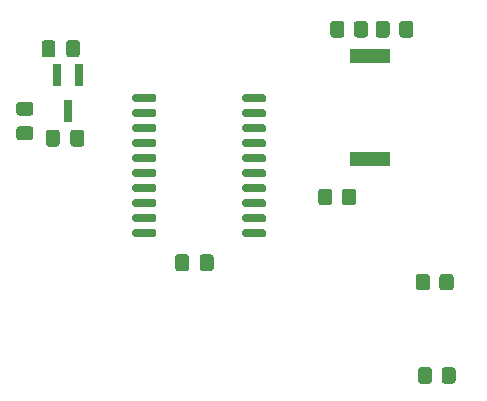
<source format=gbr>
%TF.GenerationSoftware,KiCad,Pcbnew,(5.1.9)-1*%
%TF.CreationDate,2021-02-22T21:34:01+01:00*%
%TF.ProjectId,Panel,50616e65-6c2e-46b6-9963-61645f706362,2*%
%TF.SameCoordinates,Original*%
%TF.FileFunction,Paste,Bot*%
%TF.FilePolarity,Positive*%
%FSLAX46Y46*%
G04 Gerber Fmt 4.6, Leading zero omitted, Abs format (unit mm)*
G04 Created by KiCad (PCBNEW (5.1.9)-1) date 2021-02-22 21:34:01*
%MOMM*%
%LPD*%
G01*
G04 APERTURE LIST*
%ADD10R,0.800000X1.900000*%
%ADD11R,3.400000X1.300000*%
G04 APERTURE END LIST*
D10*
%TO.C,U101*%
X82346800Y-95429200D03*
X83296800Y-92429200D03*
X81396800Y-92429200D03*
%TD*%
%TO.C,R103*%
G36*
G01*
X109607400Y-88094399D02*
X109607400Y-88994401D01*
G75*
G02*
X109357401Y-89244400I-249999J0D01*
G01*
X108657399Y-89244400D01*
G75*
G02*
X108407400Y-88994401I0J249999D01*
G01*
X108407400Y-88094399D01*
G75*
G02*
X108657399Y-87844400I249999J0D01*
G01*
X109357401Y-87844400D01*
G75*
G02*
X109607400Y-88094399I0J-249999D01*
G01*
G37*
G36*
G01*
X111607400Y-88094399D02*
X111607400Y-88994401D01*
G75*
G02*
X111357401Y-89244400I-249999J0D01*
G01*
X110657399Y-89244400D01*
G75*
G02*
X110407400Y-88994401I0J249999D01*
G01*
X110407400Y-88094399D01*
G75*
G02*
X110657399Y-87844400I249999J0D01*
G01*
X111357401Y-87844400D01*
G75*
G02*
X111607400Y-88094399I0J-249999D01*
G01*
G37*
%TD*%
%TO.C,R102*%
G36*
G01*
X105762600Y-88094399D02*
X105762600Y-88994401D01*
G75*
G02*
X105512601Y-89244400I-249999J0D01*
G01*
X104812599Y-89244400D01*
G75*
G02*
X104562600Y-88994401I0J249999D01*
G01*
X104562600Y-88094399D01*
G75*
G02*
X104812599Y-87844400I249999J0D01*
G01*
X105512601Y-87844400D01*
G75*
G02*
X105762600Y-88094399I0J-249999D01*
G01*
G37*
G36*
G01*
X107762600Y-88094399D02*
X107762600Y-88994401D01*
G75*
G02*
X107512601Y-89244400I-249999J0D01*
G01*
X106812599Y-89244400D01*
G75*
G02*
X106562600Y-88994401I0J249999D01*
G01*
X106562600Y-88094399D01*
G75*
G02*
X106812599Y-87844400I249999J0D01*
G01*
X107512601Y-87844400D01*
G75*
G02*
X107762600Y-88094399I0J-249999D01*
G01*
G37*
%TD*%
%TO.C,C101*%
G36*
G01*
X79189600Y-95866800D02*
X78239600Y-95866800D01*
G75*
G02*
X77989600Y-95616800I0J250000D01*
G01*
X77989600Y-94941800D01*
G75*
G02*
X78239600Y-94691800I250000J0D01*
G01*
X79189600Y-94691800D01*
G75*
G02*
X79439600Y-94941800I0J-250000D01*
G01*
X79439600Y-95616800D01*
G75*
G02*
X79189600Y-95866800I-250000J0D01*
G01*
G37*
G36*
G01*
X79189600Y-97941800D02*
X78239600Y-97941800D01*
G75*
G02*
X77989600Y-97691800I0J250000D01*
G01*
X77989600Y-97016800D01*
G75*
G02*
X78239600Y-96766800I250000J0D01*
G01*
X79189600Y-96766800D01*
G75*
G02*
X79439600Y-97016800I0J-250000D01*
G01*
X79439600Y-97691800D01*
G75*
G02*
X79189600Y-97941800I-250000J0D01*
G01*
G37*
%TD*%
D11*
%TO.C,BZ101*%
X107924600Y-90798400D03*
X107924600Y-99498400D03*
%TD*%
%TO.C,R101*%
G36*
G01*
X105556000Y-103193001D02*
X105556000Y-102292999D01*
G75*
G02*
X105805999Y-102043000I249999J0D01*
G01*
X106506001Y-102043000D01*
G75*
G02*
X106756000Y-102292999I0J-249999D01*
G01*
X106756000Y-103193001D01*
G75*
G02*
X106506001Y-103443000I-249999J0D01*
G01*
X105805999Y-103443000D01*
G75*
G02*
X105556000Y-103193001I0J249999D01*
G01*
G37*
G36*
G01*
X103556000Y-103193001D02*
X103556000Y-102292999D01*
G75*
G02*
X103805999Y-102043000I249999J0D01*
G01*
X104506001Y-102043000D01*
G75*
G02*
X104756000Y-102292999I0J-249999D01*
G01*
X104756000Y-103193001D01*
G75*
G02*
X104506001Y-103443000I-249999J0D01*
G01*
X103805999Y-103443000D01*
G75*
G02*
X103556000Y-103193001I0J249999D01*
G01*
G37*
%TD*%
%TO.C,U102*%
G36*
G01*
X97097000Y-105941000D02*
X97097000Y-105641000D01*
G75*
G02*
X97247000Y-105491000I150000J0D01*
G01*
X98997000Y-105491000D01*
G75*
G02*
X99147000Y-105641000I0J-150000D01*
G01*
X99147000Y-105941000D01*
G75*
G02*
X98997000Y-106091000I-150000J0D01*
G01*
X97247000Y-106091000D01*
G75*
G02*
X97097000Y-105941000I0J150000D01*
G01*
G37*
G36*
G01*
X97097000Y-104671000D02*
X97097000Y-104371000D01*
G75*
G02*
X97247000Y-104221000I150000J0D01*
G01*
X98997000Y-104221000D01*
G75*
G02*
X99147000Y-104371000I0J-150000D01*
G01*
X99147000Y-104671000D01*
G75*
G02*
X98997000Y-104821000I-150000J0D01*
G01*
X97247000Y-104821000D01*
G75*
G02*
X97097000Y-104671000I0J150000D01*
G01*
G37*
G36*
G01*
X97097000Y-103401000D02*
X97097000Y-103101000D01*
G75*
G02*
X97247000Y-102951000I150000J0D01*
G01*
X98997000Y-102951000D01*
G75*
G02*
X99147000Y-103101000I0J-150000D01*
G01*
X99147000Y-103401000D01*
G75*
G02*
X98997000Y-103551000I-150000J0D01*
G01*
X97247000Y-103551000D01*
G75*
G02*
X97097000Y-103401000I0J150000D01*
G01*
G37*
G36*
G01*
X97097000Y-102131000D02*
X97097000Y-101831000D01*
G75*
G02*
X97247000Y-101681000I150000J0D01*
G01*
X98997000Y-101681000D01*
G75*
G02*
X99147000Y-101831000I0J-150000D01*
G01*
X99147000Y-102131000D01*
G75*
G02*
X98997000Y-102281000I-150000J0D01*
G01*
X97247000Y-102281000D01*
G75*
G02*
X97097000Y-102131000I0J150000D01*
G01*
G37*
G36*
G01*
X97097000Y-100861000D02*
X97097000Y-100561000D01*
G75*
G02*
X97247000Y-100411000I150000J0D01*
G01*
X98997000Y-100411000D01*
G75*
G02*
X99147000Y-100561000I0J-150000D01*
G01*
X99147000Y-100861000D01*
G75*
G02*
X98997000Y-101011000I-150000J0D01*
G01*
X97247000Y-101011000D01*
G75*
G02*
X97097000Y-100861000I0J150000D01*
G01*
G37*
G36*
G01*
X97097000Y-99591000D02*
X97097000Y-99291000D01*
G75*
G02*
X97247000Y-99141000I150000J0D01*
G01*
X98997000Y-99141000D01*
G75*
G02*
X99147000Y-99291000I0J-150000D01*
G01*
X99147000Y-99591000D01*
G75*
G02*
X98997000Y-99741000I-150000J0D01*
G01*
X97247000Y-99741000D01*
G75*
G02*
X97097000Y-99591000I0J150000D01*
G01*
G37*
G36*
G01*
X97097000Y-98321000D02*
X97097000Y-98021000D01*
G75*
G02*
X97247000Y-97871000I150000J0D01*
G01*
X98997000Y-97871000D01*
G75*
G02*
X99147000Y-98021000I0J-150000D01*
G01*
X99147000Y-98321000D01*
G75*
G02*
X98997000Y-98471000I-150000J0D01*
G01*
X97247000Y-98471000D01*
G75*
G02*
X97097000Y-98321000I0J150000D01*
G01*
G37*
G36*
G01*
X97097000Y-97051000D02*
X97097000Y-96751000D01*
G75*
G02*
X97247000Y-96601000I150000J0D01*
G01*
X98997000Y-96601000D01*
G75*
G02*
X99147000Y-96751000I0J-150000D01*
G01*
X99147000Y-97051000D01*
G75*
G02*
X98997000Y-97201000I-150000J0D01*
G01*
X97247000Y-97201000D01*
G75*
G02*
X97097000Y-97051000I0J150000D01*
G01*
G37*
G36*
G01*
X97097000Y-95781000D02*
X97097000Y-95481000D01*
G75*
G02*
X97247000Y-95331000I150000J0D01*
G01*
X98997000Y-95331000D01*
G75*
G02*
X99147000Y-95481000I0J-150000D01*
G01*
X99147000Y-95781000D01*
G75*
G02*
X98997000Y-95931000I-150000J0D01*
G01*
X97247000Y-95931000D01*
G75*
G02*
X97097000Y-95781000I0J150000D01*
G01*
G37*
G36*
G01*
X97097000Y-94511000D02*
X97097000Y-94211000D01*
G75*
G02*
X97247000Y-94061000I150000J0D01*
G01*
X98997000Y-94061000D01*
G75*
G02*
X99147000Y-94211000I0J-150000D01*
G01*
X99147000Y-94511000D01*
G75*
G02*
X98997000Y-94661000I-150000J0D01*
G01*
X97247000Y-94661000D01*
G75*
G02*
X97097000Y-94511000I0J150000D01*
G01*
G37*
G36*
G01*
X87797000Y-94511000D02*
X87797000Y-94211000D01*
G75*
G02*
X87947000Y-94061000I150000J0D01*
G01*
X89697000Y-94061000D01*
G75*
G02*
X89847000Y-94211000I0J-150000D01*
G01*
X89847000Y-94511000D01*
G75*
G02*
X89697000Y-94661000I-150000J0D01*
G01*
X87947000Y-94661000D01*
G75*
G02*
X87797000Y-94511000I0J150000D01*
G01*
G37*
G36*
G01*
X87797000Y-95781000D02*
X87797000Y-95481000D01*
G75*
G02*
X87947000Y-95331000I150000J0D01*
G01*
X89697000Y-95331000D01*
G75*
G02*
X89847000Y-95481000I0J-150000D01*
G01*
X89847000Y-95781000D01*
G75*
G02*
X89697000Y-95931000I-150000J0D01*
G01*
X87947000Y-95931000D01*
G75*
G02*
X87797000Y-95781000I0J150000D01*
G01*
G37*
G36*
G01*
X87797000Y-97051000D02*
X87797000Y-96751000D01*
G75*
G02*
X87947000Y-96601000I150000J0D01*
G01*
X89697000Y-96601000D01*
G75*
G02*
X89847000Y-96751000I0J-150000D01*
G01*
X89847000Y-97051000D01*
G75*
G02*
X89697000Y-97201000I-150000J0D01*
G01*
X87947000Y-97201000D01*
G75*
G02*
X87797000Y-97051000I0J150000D01*
G01*
G37*
G36*
G01*
X87797000Y-98321000D02*
X87797000Y-98021000D01*
G75*
G02*
X87947000Y-97871000I150000J0D01*
G01*
X89697000Y-97871000D01*
G75*
G02*
X89847000Y-98021000I0J-150000D01*
G01*
X89847000Y-98321000D01*
G75*
G02*
X89697000Y-98471000I-150000J0D01*
G01*
X87947000Y-98471000D01*
G75*
G02*
X87797000Y-98321000I0J150000D01*
G01*
G37*
G36*
G01*
X87797000Y-99591000D02*
X87797000Y-99291000D01*
G75*
G02*
X87947000Y-99141000I150000J0D01*
G01*
X89697000Y-99141000D01*
G75*
G02*
X89847000Y-99291000I0J-150000D01*
G01*
X89847000Y-99591000D01*
G75*
G02*
X89697000Y-99741000I-150000J0D01*
G01*
X87947000Y-99741000D01*
G75*
G02*
X87797000Y-99591000I0J150000D01*
G01*
G37*
G36*
G01*
X87797000Y-100861000D02*
X87797000Y-100561000D01*
G75*
G02*
X87947000Y-100411000I150000J0D01*
G01*
X89697000Y-100411000D01*
G75*
G02*
X89847000Y-100561000I0J-150000D01*
G01*
X89847000Y-100861000D01*
G75*
G02*
X89697000Y-101011000I-150000J0D01*
G01*
X87947000Y-101011000D01*
G75*
G02*
X87797000Y-100861000I0J150000D01*
G01*
G37*
G36*
G01*
X87797000Y-102131000D02*
X87797000Y-101831000D01*
G75*
G02*
X87947000Y-101681000I150000J0D01*
G01*
X89697000Y-101681000D01*
G75*
G02*
X89847000Y-101831000I0J-150000D01*
G01*
X89847000Y-102131000D01*
G75*
G02*
X89697000Y-102281000I-150000J0D01*
G01*
X87947000Y-102281000D01*
G75*
G02*
X87797000Y-102131000I0J150000D01*
G01*
G37*
G36*
G01*
X87797000Y-103401000D02*
X87797000Y-103101000D01*
G75*
G02*
X87947000Y-102951000I150000J0D01*
G01*
X89697000Y-102951000D01*
G75*
G02*
X89847000Y-103101000I0J-150000D01*
G01*
X89847000Y-103401000D01*
G75*
G02*
X89697000Y-103551000I-150000J0D01*
G01*
X87947000Y-103551000D01*
G75*
G02*
X87797000Y-103401000I0J150000D01*
G01*
G37*
G36*
G01*
X87797000Y-104671000D02*
X87797000Y-104371000D01*
G75*
G02*
X87947000Y-104221000I150000J0D01*
G01*
X89697000Y-104221000D01*
G75*
G02*
X89847000Y-104371000I0J-150000D01*
G01*
X89847000Y-104671000D01*
G75*
G02*
X89697000Y-104821000I-150000J0D01*
G01*
X87947000Y-104821000D01*
G75*
G02*
X87797000Y-104671000I0J150000D01*
G01*
G37*
G36*
G01*
X87797000Y-105941000D02*
X87797000Y-105641000D01*
G75*
G02*
X87947000Y-105491000I150000J0D01*
G01*
X89697000Y-105491000D01*
G75*
G02*
X89847000Y-105641000I0J-150000D01*
G01*
X89847000Y-105941000D01*
G75*
G02*
X89697000Y-106091000I-150000J0D01*
G01*
X87947000Y-106091000D01*
G75*
G02*
X87797000Y-105941000I0J150000D01*
G01*
G37*
%TD*%
%TO.C,C104*%
G36*
G01*
X92615600Y-107830600D02*
X92615600Y-108780600D01*
G75*
G02*
X92365600Y-109030600I-250000J0D01*
G01*
X91690600Y-109030600D01*
G75*
G02*
X91440600Y-108780600I0J250000D01*
G01*
X91440600Y-107830600D01*
G75*
G02*
X91690600Y-107580600I250000J0D01*
G01*
X92365600Y-107580600D01*
G75*
G02*
X92615600Y-107830600I0J-250000D01*
G01*
G37*
G36*
G01*
X94690600Y-107830600D02*
X94690600Y-108780600D01*
G75*
G02*
X94440600Y-109030600I-250000J0D01*
G01*
X93765600Y-109030600D01*
G75*
G02*
X93515600Y-108780600I0J250000D01*
G01*
X93515600Y-107830600D01*
G75*
G02*
X93765600Y-107580600I250000J0D01*
G01*
X94440600Y-107580600D01*
G75*
G02*
X94690600Y-107830600I0J-250000D01*
G01*
G37*
%TD*%
%TO.C,C103*%
G36*
G01*
X81299900Y-89720400D02*
X81299900Y-90670400D01*
G75*
G02*
X81049900Y-90920400I-250000J0D01*
G01*
X80374900Y-90920400D01*
G75*
G02*
X80124900Y-90670400I0J250000D01*
G01*
X80124900Y-89720400D01*
G75*
G02*
X80374900Y-89470400I250000J0D01*
G01*
X81049900Y-89470400D01*
G75*
G02*
X81299900Y-89720400I0J-250000D01*
G01*
G37*
G36*
G01*
X83374900Y-89720400D02*
X83374900Y-90670400D01*
G75*
G02*
X83124900Y-90920400I-250000J0D01*
G01*
X82449900Y-90920400D01*
G75*
G02*
X82199900Y-90670400I0J250000D01*
G01*
X82199900Y-89720400D01*
G75*
G02*
X82449900Y-89470400I250000J0D01*
G01*
X83124900Y-89470400D01*
G75*
G02*
X83374900Y-89720400I0J-250000D01*
G01*
G37*
%TD*%
%TO.C,C102*%
G36*
G01*
X82568200Y-98239600D02*
X82568200Y-97289600D01*
G75*
G02*
X82818200Y-97039600I250000J0D01*
G01*
X83493200Y-97039600D01*
G75*
G02*
X83743200Y-97289600I0J-250000D01*
G01*
X83743200Y-98239600D01*
G75*
G02*
X83493200Y-98489600I-250000J0D01*
G01*
X82818200Y-98489600D01*
G75*
G02*
X82568200Y-98239600I0J250000D01*
G01*
G37*
G36*
G01*
X80493200Y-98239600D02*
X80493200Y-97289600D01*
G75*
G02*
X80743200Y-97039600I250000J0D01*
G01*
X81418200Y-97039600D01*
G75*
G02*
X81668200Y-97289600I0J-250000D01*
G01*
X81668200Y-98239600D01*
G75*
G02*
X81418200Y-98489600I-250000J0D01*
G01*
X80743200Y-98489600D01*
G75*
G02*
X80493200Y-98239600I0J250000D01*
G01*
G37*
%TD*%
%TO.C,R104*%
G36*
G01*
X113811000Y-110406601D02*
X113811000Y-109506599D01*
G75*
G02*
X114060999Y-109256600I249999J0D01*
G01*
X114761001Y-109256600D01*
G75*
G02*
X115011000Y-109506599I0J-249999D01*
G01*
X115011000Y-110406601D01*
G75*
G02*
X114761001Y-110656600I-249999J0D01*
G01*
X114060999Y-110656600D01*
G75*
G02*
X113811000Y-110406601I0J249999D01*
G01*
G37*
G36*
G01*
X111811000Y-110406601D02*
X111811000Y-109506599D01*
G75*
G02*
X112060999Y-109256600I249999J0D01*
G01*
X112761001Y-109256600D01*
G75*
G02*
X113011000Y-109506599I0J-249999D01*
G01*
X113011000Y-110406601D01*
G75*
G02*
X112761001Y-110656600I-249999J0D01*
G01*
X112060999Y-110656600D01*
G75*
G02*
X111811000Y-110406601I0J249999D01*
G01*
G37*
%TD*%
%TO.C,R105*%
G36*
G01*
X113988800Y-118306001D02*
X113988800Y-117405999D01*
G75*
G02*
X114238799Y-117156000I249999J0D01*
G01*
X114938801Y-117156000D01*
G75*
G02*
X115188800Y-117405999I0J-249999D01*
G01*
X115188800Y-118306001D01*
G75*
G02*
X114938801Y-118556000I-249999J0D01*
G01*
X114238799Y-118556000D01*
G75*
G02*
X113988800Y-118306001I0J249999D01*
G01*
G37*
G36*
G01*
X111988800Y-118306001D02*
X111988800Y-117405999D01*
G75*
G02*
X112238799Y-117156000I249999J0D01*
G01*
X112938801Y-117156000D01*
G75*
G02*
X113188800Y-117405999I0J-249999D01*
G01*
X113188800Y-118306001D01*
G75*
G02*
X112938801Y-118556000I-249999J0D01*
G01*
X112238799Y-118556000D01*
G75*
G02*
X111988800Y-118306001I0J249999D01*
G01*
G37*
%TD*%
M02*

</source>
